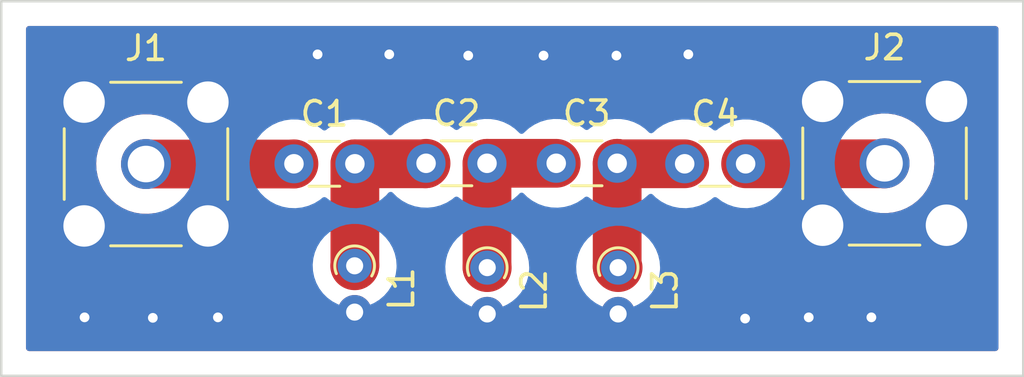
<source format=kicad_pcb>
(kicad_pcb (version 20211014) (generator pcbnew)
  (layers (0 "F.Cu" signal) (31 "B.Cu" signal) (34 "B.Paste" user) (35 "F.Paste" user) (36 "B.SilkS" user "B.Silkscreen") (37 "F.SilkS" user "F.Silkscreen") (38 "B.Mask" user) (39 "F.Mask" user) (44 "Edge.Cuts" user))
  (net 0 "")
  (net 1 "Net-(C1-Pad1)")
  (net 2 "Net-(C1-Pad2)")
  (net 3 "Net-(C2-Pad2)")
  (net 4 "Net-(C3-Pad2)")
  (net 5 "Net-(C4-Pad2)")
  (net 6 "GNDPWR")
  (footprint "Resistor_THT:R_Axial_DIN0204_L3.6mm_D1.6mm_P1.90mm_Vertical" (layer "F.Cu") (at 117.02 106.81 -90)
    (fp_text reference "L2" (at 0.95 -1.92 90) (layer "F.SilkS"))
    (fp_text value "2.2uH")
    (fp_arc (start 0.320095 0.749359) (mid -0.813042 -0.054435) (end 0.417133 -0.7) (layer "F.SilkS") (width 0.12))
    (pad "1" thru_hole circle (at 0 0 270) (size 1.4 1.4) (drill 0.7) (layers *.Cu *.Mask) (net 3 "Net-(C2-Pad2)"))
    (pad "2" thru_hole oval (at 1.9 0 270) (size 1.4 1.4) (drill 0.7) (layers *.Cu *.Mask) (net 6 "GNDPWR"))
  )
  (footprint "Capacitor_THT:C_Disc_D3.0mm_W1.6mm_P2.50mm" (layer "F.Cu") (at 109.09 102.55)
    (fp_text reference "C1" (at 1.25 -2.05) (layer "F.SilkS"))
    (fp_text value "2.2nF")
    (fp_line (start 0.621 -0.92) (end 1.879 -0.92) (layer "F.SilkS") (width 0.12))
    (fp_line (start 0.621 0.92) (end 1.879 0.92) (layer "F.SilkS") (width 0.12))
    (pad "1" thru_hole circle (at 0 0) (size 1.6 1.6) (drill 0.8) (layers *.Cu *.Mask) (net 1 "Net-(C1-Pad1)"))
    (pad "2" thru_hole circle (at 2.5 0) (size 1.6 1.6) (drill 0.8) (layers *.Cu *.Mask) (net 2 "Net-(C1-Pad2)"))
  )
  (footprint "Capacitor_THT:C_Disc_D3.0mm_W1.6mm_P2.50mm" (layer "F.Cu") (at 125.12 102.55)
    (fp_text reference "C4" (at 1.25 -2.05) (layer "F.SilkS"))
    (fp_text value "2.2nF")
    (fp_line (start 0.621 -0.92) (end 1.879 -0.92) (layer "F.SilkS") (width 0.12))
    (fp_line (start 0.621 0.92) (end 1.879 0.92) (layer "F.SilkS") (width 0.12))
    (pad "1" thru_hole circle (at 0 0) (size 1.6 1.6) (drill 0.8) (layers *.Cu *.Mask) (net 4 "Net-(C3-Pad2)"))
    (pad "2" thru_hole circle (at 2.5 0) (size 1.6 1.6) (drill 0.8) (layers *.Cu *.Mask) (net 5 "Net-(C4-Pad2)"))
  )
  (footprint "Resistor_THT:R_Axial_DIN0204_L3.6mm_D1.6mm_P1.90mm_Vertical" (layer "F.Cu") (at 111.58 106.735 -90)
    (fp_text reference "L1" (at 0.95 -1.92 90) (layer "F.SilkS"))
    (fp_text value "2.2uH")
    (fp_arc (start 0.320095 0.749359) (mid -0.813042 -0.054435) (end 0.417133 -0.7) (layer "F.SilkS") (width 0.12))
    (pad "1" thru_hole circle (at 0 0 270) (size 1.4 1.4) (drill 0.7) (layers *.Cu *.Mask) (net 2 "Net-(C1-Pad2)"))
    (pad "2" thru_hole oval (at 1.9 0 270) (size 1.4 1.4) (drill 0.7) (layers *.Cu *.Mask) (net 6 "GNDPWR"))
  )
  (footprint "Connector_Coaxial:SMA_Amphenol_901-144_Vertical" (layer "F.Cu") (at 103.02 102.56)
    (fp_text reference "J1" (at 0 -4.75) (layer "F.SilkS"))
    (fp_text value "Conn_Coaxial")
    (fp_line (start -3.355 -1.45) (end -3.355 1.45) (layer "F.SilkS") (width 0.12))
    (fp_line (start -1.45 3.355) (end 1.45 3.355) (layer "F.SilkS") (width 0.12))
    (fp_line (start -1.45 -3.355) (end 1.45 -3.355) (layer "F.SilkS") (width 0.12))
    (fp_line (start 3.355 -1.45) (end 3.355 1.45) (layer "F.SilkS") (width 0.12))
    (pad "1" thru_hole circle (at 0 0) (size 2.05 2.05) (drill 1.5) (layers *.Cu *.Mask) (net 1 "Net-(C1-Pad1)"))
    (pad "2" thru_hole circle (at -2.54 2.54) (size 2.25 2.25) (drill 1.7) (layers *.Cu *.Mask) (net 6 "GNDPWR"))
    (pad "2" thru_hole circle (at 2.54 -2.54) (size 2.25 2.25) (drill 1.7) (layers *.Cu *.Mask) (net 6 "GNDPWR"))
    (pad "2" thru_hole circle (at 2.54 2.54) (size 2.25 2.25) (drill 1.7) (layers *.Cu *.Mask) (net 6 "GNDPWR"))
    (pad "2" thru_hole circle (at -2.54 -2.54) (size 2.25 2.25) (drill 1.7) (layers *.Cu *.Mask) (net 6 "GNDPWR"))
  )
  (footprint "Connector_Coaxial:SMA_Amphenol_901-144_Vertical" (layer "F.Cu") (at 133.32 102.53)
    (fp_text reference "J2" (at 0 -4.75) (layer "F.SilkS"))
    (fp_text value "Conn_Coaxial")
    (fp_line (start 3.355 -1.45) (end 3.355 1.45) (layer "F.SilkS") (width 0.12))
    (fp_line (start -1.45 3.355) (end 1.45 3.355) (layer "F.SilkS") (width 0.12))
    (fp_line (start -1.45 -3.355) (end 1.45 -3.355) (layer "F.SilkS") (width 0.12))
    (fp_line (start -3.355 -1.45) (end -3.355 1.45) (layer "F.SilkS") (width 0.12))
    (pad "1" thru_hole circle (at 0 0) (size 2.05 2.05) (drill 1.5) (layers *.Cu *.Mask) (net 5 "Net-(C4-Pad2)"))
    (pad "2" thru_hole circle (at 2.54 -2.54) (size 2.25 2.25) (drill 1.7) (layers *.Cu *.Mask) (net 6 "GNDPWR"))
    (pad "2" thru_hole circle (at 2.54 2.54) (size 2.25 2.25) (drill 1.7) (layers *.Cu *.Mask) (net 6 "GNDPWR"))
    (pad "2" thru_hole circle (at -2.54 2.54) (size 2.25 2.25) (drill 1.7) (layers *.Cu *.Mask) (net 6 "GNDPWR"))
    (pad "2" thru_hole circle (at -2.54 -2.54) (size 2.25 2.25) (drill 1.7) (layers *.Cu *.Mask) (net 6 "GNDPWR"))
  )
  (footprint "Capacitor_THT:C_Disc_D3.0mm_W1.6mm_P2.50mm" (layer "F.Cu") (at 119.85 102.53)
    (fp_text reference "C3" (at 1.25 -2.05) (layer "F.SilkS"))
    (fp_text value "820")
    (fp_line (start 0.621 -0.92) (end 1.879 -0.92) (layer "F.SilkS") (width 0.12))
    (fp_line (start 0.621 0.92) (end 1.879 0.92) (layer "F.SilkS") (width 0.12))
    (pad "1" thru_hole circle (at 0 0) (size 1.6 1.6) (drill 0.8) (layers *.Cu *.Mask) (net 3 "Net-(C2-Pad2)"))
    (pad "2" thru_hole circle (at 2.5 0) (size 1.6 1.6) (drill 0.8) (layers *.Cu *.Mask) (net 4 "Net-(C3-Pad2)"))
  )
  (footprint "Resistor_THT:R_Axial_DIN0204_L3.6mm_D1.6mm_P1.90mm_Vertical" (layer "F.Cu") (at 122.39 106.81 -90)
    (fp_text reference "L3" (at 0.95 -1.92 90) (layer "F.SilkS"))
    (fp_text value "2.2uH")
    (fp_arc (start 0.320095 0.749359) (mid -0.813042 -0.054435) (end 0.417133 -0.7) (layer "F.SilkS") (width 0.12))
    (pad "1" thru_hole circle (at 0 0 270) (size 1.4 1.4) (drill 0.7) (layers *.Cu *.Mask) (net 4 "Net-(C3-Pad2)"))
    (pad "2" thru_hole oval (at 1.9 0 270) (size 1.4 1.4) (drill 0.7) (layers *.Cu *.Mask) (net 6 "GNDPWR"))
  )
  (footprint "Capacitor_THT:C_Disc_D3.0mm_W1.6mm_P2.50mm" (layer "F.Cu") (at 114.51 102.53)
    (fp_text reference "C2" (at 1.25 -2.05) (layer "F.SilkS"))
    (fp_text value "820")
    (fp_line (start 0.621 -0.92) (end 1.879 -0.92) (layer "F.SilkS") (width 0.12))
    (fp_line (start 0.621 0.92) (end 1.879 0.92) (layer "F.SilkS") (width 0.12))
    (pad "1" thru_hole circle (at 0 0) (size 1.6 1.6) (drill 0.8) (layers *.Cu *.Mask) (net 2 "Net-(C1-Pad2)"))
    (pad "2" thru_hole circle (at 2.5 0) (size 1.6 1.6) (drill 0.8) (layers *.Cu *.Mask) (net 3 "Net-(C2-Pad2)"))
  )
  (gr_rect (start 97.08 95.88) (end 139.01 111.25) (layer "Edge.Cuts") (width 0.1) (fill none))
  (segment (start 109.08 102.56) (end 109.09 102.55) (width 2) (layer "F.Cu") (net 1))
  (segment (start 103.02 102.56) (end 109.08 102.56) (width 2) (layer "F.Cu") (net 1))
  (segment (start 114.49 102.55) (end 114.51 102.53) (width 2) (layer "F.Cu") (net 2))
  (segment (start 111.59 102.55) (end 114.49 102.55) (width 2) (layer "F.Cu") (net 2))
  (segment (start 111.59 106.725) (end 111.58 106.735) (width 2) (layer "F.Cu") (net 2))
  (segment (start 111.59 102.55) (end 111.59 106.725) (width 2) (layer "F.Cu") (net 2))
  (segment (start 117.01 102.53) (end 119.85 102.53) (width 2) (layer "F.Cu") (net 3))
  (segment (start 117.01 102.53) (end 117.01 106.8) (width 2) (layer "F.Cu") (net 3))
  (segment (start 117.01 106.8) (end 117.02 106.81) (width 2) (layer "F.Cu") (net 3))
  (segment (start 122.35 106.77) (end 122.39 106.81) (width 2) (layer "F.Cu") (net 4))
  (segment (start 122.37 102.55) (end 122.35 102.53) (width 2) (layer "F.Cu") (net 4))
  (segment (start 122.35 102.53) (end 122.35 106.77) (width 2) (layer "F.Cu") (net 4))
  (segment (start 125.12 102.55) (end 122.37 102.55) (width 2) (layer "F.Cu") (net 4))
  (segment (start 127.62 102.55) (end 133.3 102.55) (width 2) (layer "F.Cu") (net 5))
  (segment (start 133.3 102.55) (end 133.32 102.53) (width 2) (layer "F.Cu") (net 5))
  (via (at 100.5 108.85) (size 0.8) (drill 0.4) (layers "F.Cu" "B.Cu") (net 6))
  (via (at 110.06 98.06) (size 0.8) (drill 0.4) (layers "F.Cu" "B.Cu") (net 6))
  (via (at 130.21 108.85) (size 0.8) (drill 0.4) (layers "F.Cu" "B.Cu") (net 6))
  (via (at 119.33 98.11) (size 0.8) (drill 0.4) (layers "F.Cu" "B.Cu") (net 6))
  (via (at 132.78 108.85) (size 0.8) (drill 0.4) (layers "F.Cu" "B.Cu") (net 6))
  (via (at 127.6 108.9) (size 0.8) (drill 0.4) (layers "F.Cu" "B.Cu") (net 6))
  (via (at 113 98.06) (size 0.8) (drill 0.4) (layers "F.Cu" "B.Cu") (net 6))
  (via (at 116.24 98.11) (size 0.8) (drill 0.4) (layers "F.Cu" "B.Cu") (net 6))
  (via (at 105.97 108.85) (size 0.8) (drill 0.4) (layers "F.Cu" "B.Cu") (net 6))
  (via (at 103.3 108.87) (size 0.8) (drill 0.4) (layers "F.Cu" "B.Cu") (net 6))
  (via (at 122.32 98.11) (size 0.8) (drill 0.4) (layers "F.Cu" "B.Cu") (net 6))
  (via (at 125.27 98.06) (size 0.8) (drill 0.4) (layers "F.Cu" "B.Cu") (net 6))
  (zone (net 6) (net_name "GNDPWR") (layer "F.Cu") (connect_pads yes (clearance 1.016)) (min_thickness 0.254) (fill yes (thermal_gap 0.508) (thermal_bridge_width 0.508))
    (polygon (pts (xy 138.967564 111.243698) (xy 97.09 111.24) (xy 97.12 95.89) (xy 97.11 95.87) (xy 139.007564 95.853698)))
  )
  (zone (net 6) (net_name "GNDPWR") (layer "B.Cu") (connect_pads yes (clearance 1.016)) (min_thickness 0.254) (fill yes (thermal_gap 0.508) (thermal_bridge_width 0.508))
    (polygon (pts (xy 139.02 111.25) (xy 97.07 111.23) (xy 97.07 95.87) (xy 139 95.87)))
  )
)
</source>
